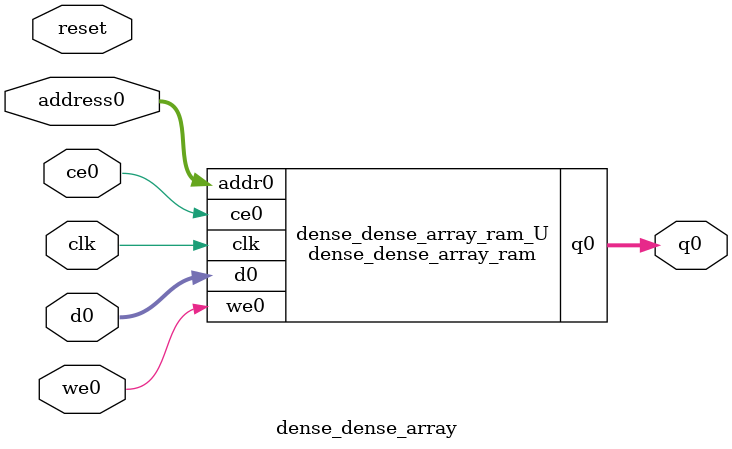
<source format=v>
`timescale 1 ns / 1 ps
module dense_dense_array_ram (addr0, ce0, d0, we0, q0,  clk);

parameter DWIDTH = 32;
parameter AWIDTH = 4;
parameter MEM_SIZE = 10;

input[AWIDTH-1:0] addr0;
input ce0;
input[DWIDTH-1:0] d0;
input we0;
output reg[DWIDTH-1:0] q0;
input clk;

(* ram_style = "distributed" *)reg [DWIDTH-1:0] ram[0:MEM_SIZE-1];




always @(posedge clk)  
begin 
    if (ce0) 
    begin
        if (we0) 
        begin 
            ram[addr0] <= d0; 
        end 
        q0 <= ram[addr0];
    end
end


endmodule

`timescale 1 ns / 1 ps
module dense_dense_array(
    reset,
    clk,
    address0,
    ce0,
    we0,
    d0,
    q0);

parameter DataWidth = 32'd32;
parameter AddressRange = 32'd10;
parameter AddressWidth = 32'd4;
input reset;
input clk;
input[AddressWidth - 1:0] address0;
input ce0;
input we0;
input[DataWidth - 1:0] d0;
output[DataWidth - 1:0] q0;



dense_dense_array_ram dense_dense_array_ram_U(
    .clk( clk ),
    .addr0( address0 ),
    .ce0( ce0 ),
    .we0( we0 ),
    .d0( d0 ),
    .q0( q0 ));

endmodule


</source>
